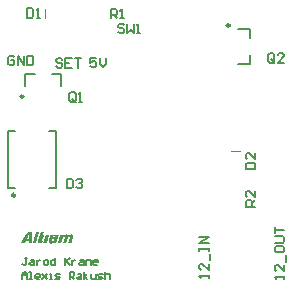
<source format=gto>
G04*
G04 #@! TF.GenerationSoftware,Altium Limited,Altium Designer,18.1.11 (251)*
G04*
G04 Layer_Color=65535*
%FSLAX25Y25*%
%MOIN*%
G70*
G01*
G75*
%ADD10C,0.00984*%
%ADD11C,0.00787*%
%ADD12C,0.00197*%
G36*
X21481Y18777D02*
X21539Y18773D01*
X21590Y18766D01*
X21630Y18758D01*
X21659Y18751D01*
X21677Y18747D01*
X21685Y18744D01*
X21739Y18729D01*
X21787Y18711D01*
X21834Y18689D01*
X21870Y18671D01*
X21899Y18653D01*
X21925Y18638D01*
X21939Y18627D01*
X21943Y18624D01*
X21976Y18587D01*
X22005Y18547D01*
X22027Y18507D01*
X22041Y18471D01*
X22052Y18434D01*
X22063Y18405D01*
X22067Y18387D01*
Y18383D01*
Y18380D01*
X22074Y18318D01*
Y18252D01*
X22071Y18191D01*
X22063Y18129D01*
X22052Y18074D01*
X22045Y18034D01*
X22041Y18016D01*
Y18005D01*
X22038Y17998D01*
Y17994D01*
X21623Y16345D01*
X21594Y16265D01*
X21557Y16192D01*
X21514Y16127D01*
X21466Y16072D01*
X21423Y16028D01*
X21386Y15996D01*
X21372Y15985D01*
X21364Y15977D01*
X21357Y15974D01*
X21353Y15970D01*
X21273Y15919D01*
X21193Y15883D01*
X21113Y15857D01*
X21044Y15839D01*
X20982Y15828D01*
X20957Y15824D01*
X20935D01*
X20917Y15821D01*
X20414D01*
X20891Y17725D01*
X20906Y17786D01*
X20909Y17837D01*
Y17881D01*
X20906Y17918D01*
X20898Y17943D01*
X20891Y17965D01*
X20888Y17976D01*
X20884Y17979D01*
X20862Y18009D01*
X20829Y18027D01*
X20797Y18041D01*
X20760Y18052D01*
X20727Y18059D01*
X20702Y18063D01*
X20676D01*
X20618Y18059D01*
X20567Y18048D01*
X20520Y18038D01*
X20483Y18023D01*
X20451Y18005D01*
X20429Y17994D01*
X20414Y17983D01*
X20411Y17979D01*
X20374Y17943D01*
X20345Y17903D01*
X20320Y17863D01*
X20301Y17819D01*
X20283Y17783D01*
X20272Y17754D01*
X20269Y17732D01*
X20265Y17728D01*
Y17725D01*
X19788Y15821D01*
X18714D01*
X19188Y17721D01*
X19202Y17783D01*
X19209Y17834D01*
Y17881D01*
X19206Y17918D01*
X19199Y17943D01*
X19191Y17965D01*
X19188Y17976D01*
X19184Y17979D01*
X19159Y18009D01*
X19129Y18027D01*
X19093Y18041D01*
X19057Y18052D01*
X19024Y18059D01*
X18998Y18063D01*
X18973D01*
X18918Y18059D01*
X18867Y18048D01*
X18824Y18038D01*
X18787Y18023D01*
X18758Y18005D01*
X18736Y17994D01*
X18722Y17983D01*
X18718Y17979D01*
X18682Y17943D01*
X18653Y17903D01*
X18627Y17863D01*
X18609Y17819D01*
X18594Y17783D01*
X18583Y17754D01*
X18580Y17732D01*
X18576Y17728D01*
Y17725D01*
X18096Y15821D01*
X17022D01*
X17743Y18704D01*
X18827D01*
X18744Y18354D01*
X18755D01*
X18820Y18431D01*
X18886Y18496D01*
X18955Y18551D01*
X19017Y18595D01*
X19071Y18631D01*
X19093Y18645D01*
X19111Y18656D01*
X19129Y18664D01*
X19140Y18671D01*
X19148Y18675D01*
X19151D01*
X19239Y18711D01*
X19330Y18736D01*
X19417Y18758D01*
X19501Y18769D01*
X19537Y18777D01*
X19570D01*
X19599Y18780D01*
X19624Y18784D01*
X19737D01*
X19795Y18780D01*
X19847Y18777D01*
X19890Y18769D01*
X19927Y18766D01*
X19952Y18758D01*
X19967Y18755D01*
X19974D01*
X20021Y18744D01*
X20061Y18733D01*
X20098Y18718D01*
X20130Y18704D01*
X20156Y18693D01*
X20174Y18682D01*
X20185Y18678D01*
X20189Y18675D01*
X20218Y18653D01*
X20243Y18627D01*
X20269Y18606D01*
X20287Y18584D01*
X20301Y18562D01*
X20312Y18547D01*
X20316Y18536D01*
X20320Y18533D01*
X20352Y18467D01*
X20367Y18434D01*
X20378Y18402D01*
X20385Y18376D01*
X20392Y18354D01*
X20396Y18340D01*
Y18336D01*
X20433Y18380D01*
X20469Y18420D01*
X20502Y18456D01*
X20534Y18489D01*
X20564Y18515D01*
X20585Y18533D01*
X20600Y18544D01*
X20604Y18547D01*
X20647Y18580D01*
X20691Y18606D01*
X20731Y18627D01*
X20767Y18649D01*
X20800Y18664D01*
X20826Y18675D01*
X20840Y18678D01*
X20847Y18682D01*
X20938Y18715D01*
X20978Y18729D01*
X21019Y18740D01*
X21048Y18747D01*
X21073Y18755D01*
X21091Y18758D01*
X21095D01*
X21186Y18773D01*
X21230Y18777D01*
X21270Y18780D01*
X21303Y18784D01*
X21419D01*
X21481Y18777D01*
D02*
G37*
G36*
X16490Y15817D02*
X15420D01*
X15504Y16163D01*
X15489D01*
X15424Y16090D01*
X15358Y16028D01*
X15293Y15974D01*
X15231Y15930D01*
X15176Y15897D01*
X15155Y15883D01*
X15136Y15872D01*
X15118Y15865D01*
X15107Y15857D01*
X15100Y15854D01*
X15096D01*
X15009Y15817D01*
X14922Y15792D01*
X14834Y15774D01*
X14754Y15763D01*
X14718Y15755D01*
X14685D01*
X14652Y15752D01*
X14630Y15748D01*
X14510D01*
X14448Y15752D01*
X14390Y15759D01*
X14343Y15766D01*
X14303Y15774D01*
X14274Y15777D01*
X14255Y15785D01*
X14248D01*
X14197Y15803D01*
X14150Y15821D01*
X14110Y15843D01*
X14073Y15865D01*
X14048Y15883D01*
X14026Y15897D01*
X14012Y15908D01*
X14008Y15912D01*
X13972Y15945D01*
X13939Y15981D01*
X13917Y16017D01*
X13899Y16054D01*
X13884Y16090D01*
X13877Y16116D01*
X13870Y16134D01*
Y16141D01*
X13862Y16203D01*
Y16265D01*
X13866Y16327D01*
X13873Y16389D01*
X13884Y16440D01*
X13891Y16483D01*
X13895Y16498D01*
Y16509D01*
X13899Y16516D01*
Y16520D01*
X14445Y18704D01*
X15518D01*
X15042Y16796D01*
X15031Y16735D01*
X15023Y16683D01*
Y16640D01*
X15031Y16603D01*
X15034Y16574D01*
X15042Y16556D01*
X15045Y16542D01*
X15049Y16538D01*
X15074Y16509D01*
X15104Y16487D01*
X15136Y16472D01*
X15173Y16462D01*
X15202Y16454D01*
X15227Y16451D01*
X15253D01*
X15311Y16454D01*
X15362Y16465D01*
X15406Y16480D01*
X15442Y16494D01*
X15471Y16509D01*
X15493Y16523D01*
X15508Y16534D01*
X15511Y16538D01*
X15548Y16574D01*
X15577Y16614D01*
X15602Y16658D01*
X15624Y16702D01*
X15639Y16738D01*
X15650Y16767D01*
X15653Y16789D01*
X15657Y16793D01*
Y16796D01*
X16137Y18704D01*
X17211D01*
X16490Y15817D01*
D02*
G37*
G36*
X13233D02*
X12159D01*
X12879Y18704D01*
X13957D01*
X13233Y15817D01*
D02*
G37*
G36*
X9724D02*
X8646D01*
X9604Y19625D01*
X10677D01*
X9724Y15817D01*
D02*
G37*
G36*
X8421D02*
X7179D01*
X7216Y16480D01*
X6291D01*
X6000Y15821D01*
X4762Y15817D01*
X6397Y18868D01*
X6433Y18929D01*
X6473Y18984D01*
X6513Y19039D01*
X6546Y19082D01*
X6579Y19119D01*
X6600Y19148D01*
X6615Y19162D01*
X6622Y19170D01*
X6673Y19221D01*
X6724Y19264D01*
X6772Y19304D01*
X6815Y19341D01*
X6855Y19366D01*
X6884Y19388D01*
X6903Y19403D01*
X6910Y19406D01*
X6972Y19443D01*
X7030Y19472D01*
X7088Y19501D01*
X7143Y19523D01*
X7187Y19541D01*
X7223Y19552D01*
X7234Y19556D01*
X7245Y19559D01*
X7248Y19563D01*
X7252D01*
X7321Y19581D01*
X7390Y19595D01*
X7456Y19606D01*
X7514Y19614D01*
X7565Y19621D01*
X7605D01*
X7620Y19625D01*
X8279D01*
X8421Y15817D01*
D02*
G37*
G36*
X12031Y18704D02*
X12483D01*
X12323Y18056D01*
X11871D01*
X11529Y16683D01*
X11522Y16644D01*
Y16607D01*
Y16578D01*
X11529Y16553D01*
X11536Y16534D01*
X11544Y16520D01*
X11547Y16512D01*
X11551Y16509D01*
X11576Y16491D01*
X11602Y16476D01*
X11635Y16469D01*
X11667Y16462D01*
X11697Y16458D01*
X11922D01*
X11762Y15817D01*
X11700Y15814D01*
X11642Y15810D01*
X11591Y15806D01*
X11544Y15803D01*
X11504D01*
X11471Y15799D01*
X11445D01*
X11391Y15795D01*
X11285D01*
X11242Y15792D01*
X11063D01*
X10983Y15795D01*
X10914Y15799D01*
X10852Y15806D01*
X10805Y15810D01*
X10768Y15817D01*
X10746Y15821D01*
X10739D01*
X10681Y15835D01*
X10630Y15850D01*
X10586Y15868D01*
X10550Y15883D01*
X10521Y15897D01*
X10503Y15908D01*
X10488Y15915D01*
X10484Y15919D01*
X10452Y15948D01*
X10426Y15981D01*
X10404Y16017D01*
X10390Y16050D01*
X10379Y16083D01*
X10372Y16108D01*
X10368Y16127D01*
Y16134D01*
X10364Y16192D01*
X10368Y16258D01*
X10375Y16319D01*
X10386Y16381D01*
X10393Y16436D01*
X10404Y16476D01*
X10408Y16494D01*
Y16505D01*
X10412Y16512D01*
Y16516D01*
X11187Y19585D01*
X12264D01*
X12031Y18704D01*
D02*
G37*
%LPC*%
G36*
X7347Y18795D02*
X6611Y17208D01*
X7256D01*
X7347Y18795D01*
D02*
G37*
%LPD*%
D10*
X74213Y88426D02*
G03*
X74213Y88426I-492J0D01*
G01*
X2658Y31851D02*
G03*
X2658Y31851I-492J0D01*
G01*
X5511Y64744D02*
G03*
X5511Y64744I-492J0D01*
G01*
D11*
X81103Y75473D02*
Y78524D01*
X77166Y75473D02*
X81103D01*
Y84233D02*
Y87284D01*
X77166D02*
X81103D01*
X493Y34410D02*
Y53308D01*
X16241Y34410D02*
Y53308D01*
X493Y34410D02*
X2756D01*
X493Y53308D02*
X2756D01*
X13977Y34410D02*
X16241D01*
X13977Y53308D02*
X16241D01*
X14921Y72125D02*
X17972D01*
Y68188D02*
Y72125D01*
X6161D02*
X9212D01*
X6161Y68188D02*
Y72125D01*
X29816Y77664D02*
X27716D01*
Y76090D01*
X28766Y76615D01*
X29291D01*
X29816Y76090D01*
Y75041D01*
X29291Y74516D01*
X28241D01*
X27716Y75041D01*
X30865Y77664D02*
Y75565D01*
X31914Y74516D01*
X32964Y75565D01*
Y77664D01*
X6692Y11022D02*
X5905D01*
X6299D01*
Y9054D01*
X5905Y8660D01*
X5512D01*
X5118Y9054D01*
X7873Y10235D02*
X8660D01*
X9054Y9841D01*
Y8660D01*
X7873D01*
X7480Y9054D01*
X7873Y9448D01*
X9054D01*
X9841Y10235D02*
Y8660D01*
Y9448D01*
X10235Y9841D01*
X10628Y10235D01*
X11022D01*
X12596Y8660D02*
X13383D01*
X13777Y9054D01*
Y9841D01*
X13383Y10235D01*
X12596D01*
X12202Y9841D01*
Y9054D01*
X12596Y8660D01*
X16138Y11022D02*
Y8660D01*
X14957D01*
X14564Y9054D01*
Y9841D01*
X14957Y10235D01*
X16138D01*
X19287Y11022D02*
Y8660D01*
Y9448D01*
X20861Y11022D01*
X19680Y9841D01*
X20861Y8660D01*
X21648Y10235D02*
Y8660D01*
Y9448D01*
X22042Y9841D01*
X22435Y10235D01*
X22829D01*
X24403D02*
X25190D01*
X25584Y9841D01*
Y8660D01*
X24403D01*
X24010Y9054D01*
X24403Y9448D01*
X25584D01*
X26371Y8660D02*
Y10235D01*
X27552D01*
X27945Y9841D01*
Y8660D01*
X29913D02*
X29126D01*
X28732Y9054D01*
Y9841D01*
X29126Y10235D01*
X29913D01*
X30307Y9841D01*
Y9448D01*
X28732D01*
X5118Y3937D02*
Y5511D01*
X5905Y6298D01*
X6692Y5511D01*
Y3937D01*
Y5118D01*
X5118D01*
X7480Y3937D02*
X8267D01*
X7873D01*
Y6298D01*
X7480D01*
X10628Y3937D02*
X9841D01*
X9447Y4331D01*
Y5118D01*
X9841Y5511D01*
X10628D01*
X11022Y5118D01*
Y4724D01*
X9447D01*
X11809Y5511D02*
X13383Y3937D01*
X12596Y4724D01*
X13383Y5511D01*
X11809Y3937D01*
X14170D02*
X14957D01*
X14564D01*
Y5511D01*
X14170D01*
X16138Y3937D02*
X17319D01*
X17713Y4331D01*
X17319Y4724D01*
X16532D01*
X16138Y5118D01*
X16532Y5511D01*
X17713D01*
X20861Y3937D02*
Y6298D01*
X22042D01*
X22435Y5905D01*
Y5118D01*
X22042Y4724D01*
X20861D01*
X21648D02*
X22435Y3937D01*
X23616Y5511D02*
X24403D01*
X24797Y5118D01*
Y3937D01*
X23616D01*
X23223Y4331D01*
X23616Y4724D01*
X24797D01*
X25584Y3937D02*
Y6298D01*
Y4724D02*
X26765Y5511D01*
X25584Y4724D02*
X26765Y3937D01*
X27945Y5511D02*
Y4331D01*
X28339Y3937D01*
X29520D01*
Y5511D01*
X30307Y3937D02*
X31488D01*
X31881Y4331D01*
X31488Y4724D01*
X30700D01*
X30307Y5118D01*
X30700Y5511D01*
X31881D01*
X32668Y6298D02*
Y3937D01*
Y5118D01*
X33062Y5511D01*
X33849D01*
X34242Y5118D01*
Y3937D01*
X92389Y3937D02*
Y4986D01*
Y4462D01*
X89240D01*
X89765Y3937D01*
X92389Y8660D02*
Y6561D01*
X90290Y8660D01*
X89765D01*
X89240Y8135D01*
Y7086D01*
X89765Y6561D01*
X92913Y9709D02*
Y11808D01*
X89240Y14432D02*
Y13383D01*
X89765Y12858D01*
X91864D01*
X92389Y13383D01*
Y14432D01*
X91864Y14957D01*
X89765D01*
X89240Y14432D01*
Y16007D02*
X91864D01*
X92389Y16531D01*
Y17581D01*
X91864Y18106D01*
X89240D01*
Y19155D02*
Y21254D01*
Y20205D01*
X92389D01*
X18429Y77033D02*
X17904Y77558D01*
X16854D01*
X16330Y77033D01*
Y76508D01*
X16854Y75984D01*
X17904D01*
X18429Y75459D01*
Y74934D01*
X17904Y74409D01*
X16854D01*
X16330Y74934D01*
X21577Y77558D02*
X19478D01*
Y74409D01*
X21577D01*
X19478Y75984D02*
X20528D01*
X22627Y77558D02*
X24726D01*
X23676D01*
Y74409D01*
X2494Y77821D02*
X1969Y78345D01*
X919D01*
X395Y77821D01*
Y75722D01*
X919Y75197D01*
X1969D01*
X2494Y75722D01*
Y76771D01*
X1444D01*
X3543Y75197D02*
Y78345D01*
X5642Y75197D01*
Y78345D01*
X6692D02*
Y75197D01*
X8266D01*
X8791Y75722D01*
Y77821D01*
X8266Y78345D01*
X6692D01*
X67192Y4331D02*
Y5380D01*
Y4856D01*
X64043D01*
X64568Y4331D01*
X67192Y9054D02*
Y6955D01*
X65093Y9054D01*
X64568D01*
X64043Y8529D01*
Y7479D01*
X64568Y6955D01*
X67716Y10103D02*
Y12202D01*
X64043Y13252D02*
Y14301D01*
Y13777D01*
X67192D01*
Y13252D01*
Y14301D01*
Y15876D02*
X64043D01*
X67192Y17975D01*
X64043D01*
X39089Y88514D02*
X38564Y89038D01*
X37514D01*
X36990Y88514D01*
Y87989D01*
X37514Y87464D01*
X38564D01*
X39089Y86939D01*
Y86414D01*
X38564Y85890D01*
X37514D01*
X36990Y86414D01*
X40138Y89038D02*
Y85890D01*
X41188Y86939D01*
X42237Y85890D01*
Y89038D01*
X43287Y85890D02*
X44337D01*
X43812D01*
Y89038D01*
X43287Y88514D01*
X82789Y28089D02*
X79641D01*
Y29663D01*
X80166Y30188D01*
X81215D01*
X81740Y29663D01*
Y28089D01*
Y29138D02*
X82789Y30188D01*
Y33337D02*
Y31238D01*
X80690Y33337D01*
X80166D01*
X79641Y32812D01*
Y31762D01*
X80166Y31238D01*
X34647Y90796D02*
Y93945D01*
X36222D01*
X36746Y93420D01*
Y92370D01*
X36222Y91846D01*
X34647D01*
X35697D02*
X36746Y90796D01*
X37796D02*
X38845D01*
X38321D01*
Y93945D01*
X37796Y93420D01*
X89131Y76615D02*
Y78714D01*
X88607Y79239D01*
X87557D01*
X87032Y78714D01*
Y76615D01*
X87557Y76091D01*
X88607D01*
X88082Y77140D02*
X89131Y76091D01*
X88607D02*
X89131Y76615D01*
X92280Y76091D02*
X90181D01*
X92280Y78190D01*
Y78714D01*
X91755Y79239D01*
X90706D01*
X90181Y78714D01*
X22881Y63556D02*
Y65655D01*
X22356Y66180D01*
X21307D01*
X20782Y65655D01*
Y63556D01*
X21307Y63031D01*
X22356D01*
X21831Y64081D02*
X22881Y63031D01*
X22356D02*
X22881Y63556D01*
X23931Y63031D02*
X24980D01*
X24455D01*
Y66180D01*
X23931Y65655D01*
X19873Y37347D02*
Y34198D01*
X21447D01*
X21972Y34723D01*
Y36822D01*
X21447Y37347D01*
X19873D01*
X23022Y36822D02*
X23546Y37347D01*
X24596D01*
X25121Y36822D01*
Y36298D01*
X24596Y35773D01*
X24071D01*
X24596D01*
X25121Y35248D01*
Y34723D01*
X24596Y34198D01*
X23546D01*
X23022Y34723D01*
X79561Y40656D02*
X82709D01*
Y42230D01*
X82185Y42755D01*
X80086D01*
X79561Y42230D01*
Y40656D01*
X82709Y45904D02*
Y43804D01*
X80610Y45904D01*
X80086D01*
X79561Y45379D01*
Y44329D01*
X80086Y43804D01*
X6724Y94173D02*
Y91024D01*
X8299D01*
X8823Y91549D01*
Y93648D01*
X8299Y94173D01*
X6724D01*
X9873Y91024D02*
X10922D01*
X10398D01*
Y94173D01*
X9873Y93648D01*
D12*
X74721Y46751D02*
X77674D01*
X12697Y90846D02*
Y93799D01*
M02*

</source>
